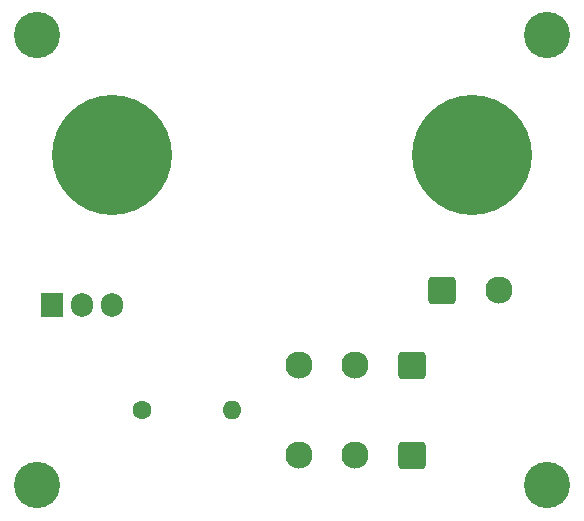
<source format=gbr>
%TF.GenerationSoftware,KiCad,Pcbnew,(5.1.7)-1*%
%TF.CreationDate,2020-11-03T20:57:22+11:00*%
%TF.ProjectId,physbryk_power_supply,70687973-6272-4796-9b5f-706f7765725f,0.0.1*%
%TF.SameCoordinates,Original*%
%TF.FileFunction,Soldermask,Top*%
%TF.FilePolarity,Negative*%
%FSLAX46Y46*%
G04 Gerber Fmt 4.6, Leading zero omitted, Abs format (unit mm)*
G04 Created by KiCad (PCBNEW (5.1.7)-1) date 2020-11-03 20:57:22*
%MOMM*%
%LPD*%
G01*
G04 APERTURE LIST*
%ADD10C,3.911600*%
%ADD11C,2.300000*%
%ADD12C,10.160000*%
%ADD13C,1.600000*%
%ADD14O,1.600000X1.600000*%
%ADD15R,1.905000X2.000000*%
%ADD16O,1.905000X2.000000*%
G04 APERTURE END LIST*
D10*
%TO.C,P?*%
X171450000Y-114300000D03*
%TD*%
%TO.C,P?*%
X128270000Y-114300000D03*
%TD*%
%TO.C,P?*%
X171450000Y-76200000D03*
%TD*%
%TO.C,P?*%
X128270000Y-76200000D03*
%TD*%
%TO.C,BT1*%
G36*
G01*
X161410000Y-98690001D02*
X161410000Y-96889999D01*
G75*
G02*
X161659999Y-96640000I249999J0D01*
G01*
X163460001Y-96640000D01*
G75*
G02*
X163710000Y-96889999I0J-249999D01*
G01*
X163710000Y-98690001D01*
G75*
G02*
X163460001Y-98940000I-249999J0D01*
G01*
X161659999Y-98940000D01*
G75*
G02*
X161410000Y-98690001I0J249999D01*
G01*
G37*
D11*
X167360000Y-97790000D03*
%TD*%
D12*
%TO.C,H1*%
X134620000Y-86360000D03*
%TD*%
%TO.C,H2*%
X165100000Y-86360000D03*
%TD*%
D13*
%TO.C,R1*%
X137160000Y-107950000D03*
D14*
X144780000Y-107950000D03*
%TD*%
D15*
%TO.C,U1*%
X129540000Y-99060000D03*
D16*
X132080000Y-99060000D03*
X134620000Y-99060000D03*
%TD*%
%TO.C,RV1*%
G36*
G01*
X161170000Y-110859999D02*
X161170000Y-112660001D01*
G75*
G02*
X160920001Y-112910000I-249999J0D01*
G01*
X159119999Y-112910000D01*
G75*
G02*
X158870000Y-112660001I0J249999D01*
G01*
X158870000Y-110859999D01*
G75*
G02*
X159119999Y-110610000I249999J0D01*
G01*
X160920001Y-110610000D01*
G75*
G02*
X161170000Y-110859999I0J-249999D01*
G01*
G37*
D11*
X155220000Y-111760000D03*
X150420000Y-111760000D03*
%TD*%
%TO.C,MES1*%
G36*
G01*
X161170000Y-103239999D02*
X161170000Y-105040001D01*
G75*
G02*
X160920001Y-105290000I-249999J0D01*
G01*
X159119999Y-105290000D01*
G75*
G02*
X158870000Y-105040001I0J249999D01*
G01*
X158870000Y-103239999D01*
G75*
G02*
X159119999Y-102990000I249999J0D01*
G01*
X160920001Y-102990000D01*
G75*
G02*
X161170000Y-103239999I0J-249999D01*
G01*
G37*
X155220000Y-104140000D03*
X150420000Y-104140000D03*
%TD*%
M02*

</source>
